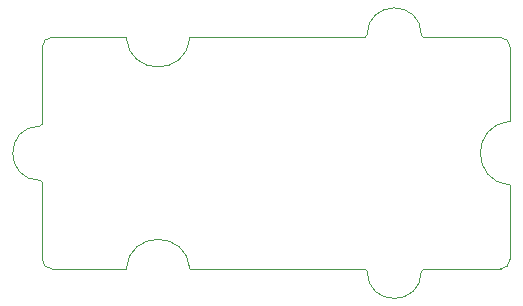
<source format=gbr>
%TF.GenerationSoftware,KiCad,Pcbnew,(5.1.12-1-10_14)*%
%TF.CreationDate,2022-09-08T10:24:56+08:00*%
%TF.ProjectId,0102-TILEDAP,30313032-2d54-4494-9c45-4441502e6b69,rev?*%
%TF.SameCoordinates,Original*%
%TF.FileFunction,Profile,NP*%
%FSLAX46Y46*%
G04 Gerber Fmt 4.6, Leading zero omitted, Abs format (unit mm)*
G04 Created by KiCad (PCBNEW (5.1.12-1-10_14)) date 2022-09-08 10:24:56*
%MOMM*%
%LPD*%
G01*
G04 APERTURE LIST*
%TA.AperFunction,Profile*%
%ADD10C,0.050000*%
%TD*%
G04 APERTURE END LIST*
D10*
X15000000Y22100000D02*
G75*
G02*
X9600000Y22100000I-2700000J200000D01*
G01*
X34800000Y22100000D02*
G75*
G02*
X34600000Y22300000I0J200000D01*
G01*
X30000000Y22300000D02*
G75*
G02*
X29800000Y22100000I-200000J0D01*
G01*
X30000000Y22300000D02*
G75*
G02*
X34600000Y22300000I2300000J0D01*
G01*
X29800000Y2500000D02*
G75*
G02*
X30000000Y2300000I0J-200000D01*
G01*
X34600000Y2300000D02*
G75*
G02*
X34800000Y2500000I200000J0D01*
G01*
X34600000Y2300000D02*
G75*
G02*
X30000000Y2300000I-2300000J0D01*
G01*
X42100000Y9600000D02*
G75*
G02*
X42100000Y15000000I200000J2700000D01*
G01*
X42100000Y3300000D02*
G75*
G02*
X41300000Y2500000I-800000J0D01*
G01*
X41300000Y22100000D02*
G75*
G02*
X42100000Y21300000I0J-800000D01*
G01*
X9600000Y2500000D02*
G75*
G02*
X15000000Y2500000I2700000J-200000D01*
G01*
X3300000Y2500000D02*
G75*
G02*
X2500000Y3300000I0J800000D01*
G01*
X2500000Y14800000D02*
G75*
G02*
X2300000Y14600000I-200000J0D01*
G01*
X2300000Y10000000D02*
G75*
G02*
X2500000Y9800000I0J-200000D01*
G01*
X2300000Y10000000D02*
G75*
G02*
X2300000Y14600000I0J2300000D01*
G01*
X2500000Y21300000D02*
G75*
G02*
X3300000Y22100000I800000J0D01*
G01*
X9600000Y22100000D02*
X3300000Y22100000D01*
X29800000Y22100000D02*
X15000000Y22100000D01*
X41300000Y22100000D02*
X34800000Y22100000D01*
X42100000Y15000000D02*
X42100000Y21300000D01*
X42100000Y3300000D02*
X42100000Y9600000D01*
X34800000Y2500000D02*
X41300000Y2500000D01*
X15000000Y2500000D02*
X29800000Y2500000D01*
X3300000Y2500000D02*
X9600000Y2500000D01*
X2500000Y9800000D02*
X2500000Y3300000D01*
X2500000Y21300000D02*
X2500000Y14800000D01*
M02*

</source>
